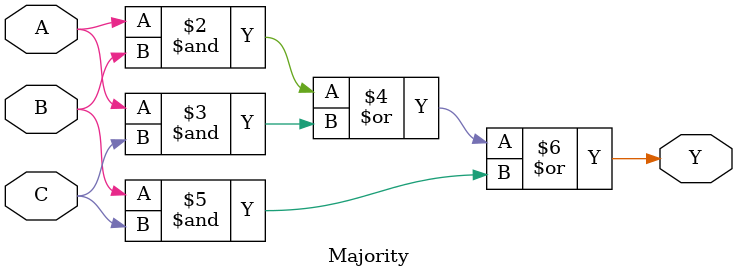
<source format=v>
  	                                            		
module Majority (A, B, C, Y);                 	
   input  A, B, C;			
   output Y; 

   reg Y;           		
                   	          	
// student code here
	begin
	always @(A or B or C)
		begin 
			Y <= (A&B) | (A&C) | ( B&C);
		end
	end
endmodule // Majority  




    
</source>
